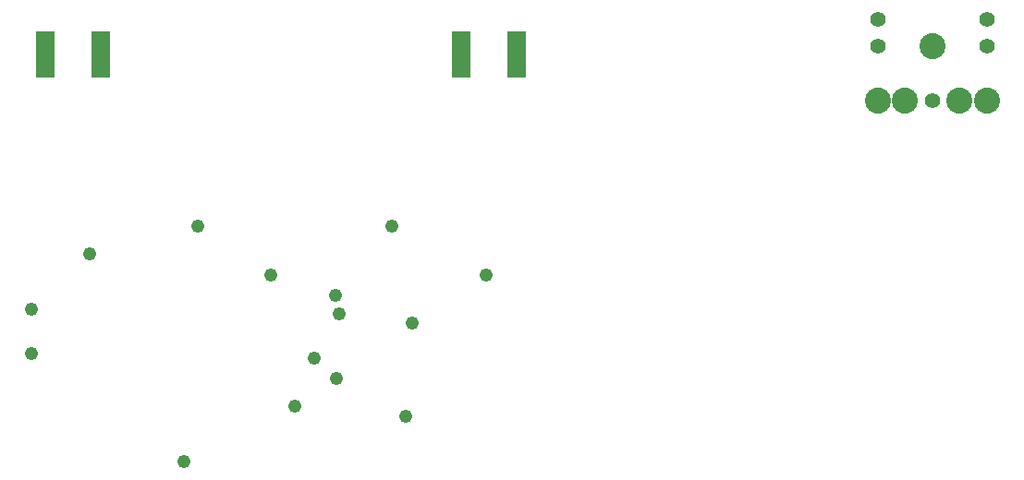
<source format=gbr>
G04 EAGLE Gerber RS-274X export*
G75*
%MOMM*%
%FSLAX34Y34*%
%LPD*%
%INSoldermask Bottom*%
%IPPOS*%
%AMOC8*
5,1,8,0,0,1.08239X$1,22.5*%
G01*
%ADD10C,2.387600*%
%ADD11C,1.403200*%
%ADD12R,1.727200X4.267200*%
%ADD13C,1.244600*%


D10*
X876300Y495300D03*
X901300Y445300D03*
X926300Y445300D03*
X851300Y445300D03*
X826300Y445300D03*
D11*
X926300Y495300D03*
X926300Y520300D03*
X826300Y520300D03*
X826300Y495300D03*
X876300Y445300D03*
D12*
X114300Y487680D03*
X63500Y487680D03*
X495300Y487680D03*
X444500Y487680D03*
D13*
X467360Y285750D03*
X332740Y250190D03*
X400050Y241300D03*
X381300Y330200D03*
X50800Y254000D03*
X329454Y266850D03*
X309880Y209550D03*
X104267Y304800D03*
X330200Y190500D03*
X270510Y285750D03*
X292100Y165100D03*
X393700Y156210D03*
X203200Y330200D03*
X50800Y213320D03*
X190500Y114300D03*
M02*

</source>
